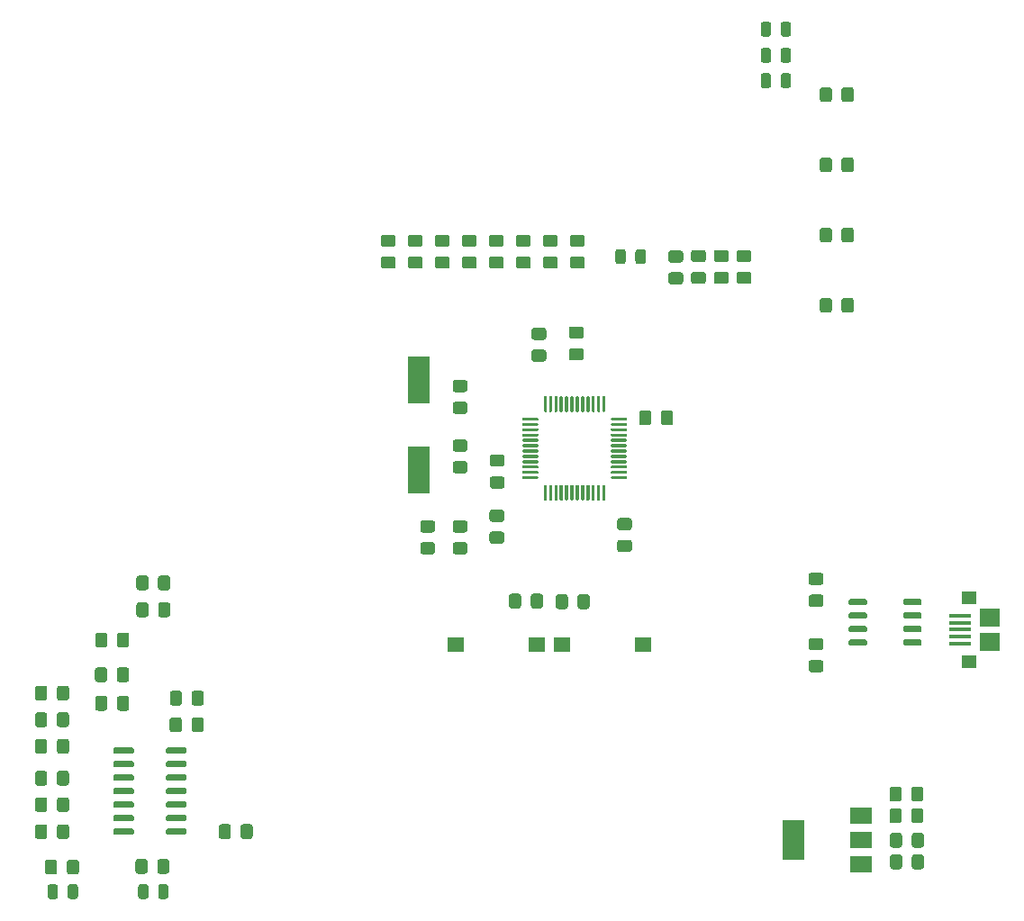
<source format=gtp>
G04 #@! TF.GenerationSoftware,KiCad,Pcbnew,(5.1.10)-1*
G04 #@! TF.CreationDate,2021-08-06T21:51:28+08:00*
G04 #@! TF.ProjectId,digital_thermometer,64696769-7461-46c5-9f74-6865726d6f6d,rev?*
G04 #@! TF.SameCoordinates,Original*
G04 #@! TF.FileFunction,Paste,Top*
G04 #@! TF.FilePolarity,Positive*
%FSLAX45Y45*%
G04 Gerber Fmt 4.5, Leading zero omitted, Abs format (unit mm)*
G04 Created by KiCad (PCBNEW (5.1.10)-1) date 2021-08-06 21:51:28*
%MOMM*%
%LPD*%
G01*
G04 APERTURE LIST*
%ADD10R,1.500000X1.400000*%
%ADD11R,2.000000X4.500000*%
%ADD12R,2.000000X1.500000*%
%ADD13R,2.000000X3.800000*%
%ADD14R,1.450000X1.150000*%
%ADD15R,1.900000X1.750000*%
%ADD16R,2.000000X0.400000*%
G04 APERTURE END LIST*
G04 #@! TO.C,R16*
G36*
G01*
X11926000Y-7941500D02*
X11836000Y-7941500D01*
G75*
G02*
X11811000Y-7916500I0J25000D01*
G01*
X11811000Y-7851500D01*
G75*
G02*
X11836000Y-7826500I25000J0D01*
G01*
X11926000Y-7826500D01*
G75*
G02*
X11951000Y-7851500I0J-25000D01*
G01*
X11951000Y-7916500D01*
G75*
G02*
X11926000Y-7941500I-25000J0D01*
G01*
G37*
G36*
G01*
X11926000Y-8146500D02*
X11836000Y-8146500D01*
G75*
G02*
X11811000Y-8121500I0J25000D01*
G01*
X11811000Y-8056500D01*
G75*
G02*
X11836000Y-8031500I25000J0D01*
G01*
X11926000Y-8031500D01*
G75*
G02*
X11951000Y-8056500I0J-25000D01*
G01*
X11951000Y-8121500D01*
G75*
G02*
X11926000Y-8146500I-25000J0D01*
G01*
G37*
G04 #@! TD*
G04 #@! TO.C,R34*
G36*
G01*
X12569000Y-7937000D02*
X12479000Y-7937000D01*
G75*
G02*
X12454000Y-7912000I0J25000D01*
G01*
X12454000Y-7847000D01*
G75*
G02*
X12479000Y-7822000I25000J0D01*
G01*
X12569000Y-7822000D01*
G75*
G02*
X12594000Y-7847000I0J-25000D01*
G01*
X12594000Y-7912000D01*
G75*
G02*
X12569000Y-7937000I-25000J0D01*
G01*
G37*
G36*
G01*
X12569000Y-8142000D02*
X12479000Y-8142000D01*
G75*
G02*
X12454000Y-8117000I0J25000D01*
G01*
X12454000Y-8052000D01*
G75*
G02*
X12479000Y-8027000I25000J0D01*
G01*
X12569000Y-8027000D01*
G75*
G02*
X12594000Y-8052000I0J-25000D01*
G01*
X12594000Y-8117000D01*
G75*
G02*
X12569000Y-8142000I-25000J0D01*
G01*
G37*
G04 #@! TD*
G04 #@! TO.C,R33*
G36*
G01*
X12354667Y-7936500D02*
X12264666Y-7936500D01*
G75*
G02*
X12239667Y-7911500I0J25000D01*
G01*
X12239667Y-7846500D01*
G75*
G02*
X12264666Y-7821500I25000J0D01*
G01*
X12354667Y-7821500D01*
G75*
G02*
X12379667Y-7846500I0J-25000D01*
G01*
X12379667Y-7911500D01*
G75*
G02*
X12354667Y-7936500I-25000J0D01*
G01*
G37*
G36*
G01*
X12354667Y-8141500D02*
X12264666Y-8141500D01*
G75*
G02*
X12239667Y-8116500I0J25000D01*
G01*
X12239667Y-8051500D01*
G75*
G02*
X12264666Y-8026500I25000J0D01*
G01*
X12354667Y-8026500D01*
G75*
G02*
X12379667Y-8051500I0J-25000D01*
G01*
X12379667Y-8116500D01*
G75*
G02*
X12354667Y-8141500I-25000J0D01*
G01*
G37*
G04 #@! TD*
G04 #@! TO.C,R32*
G36*
G01*
X12140333Y-7936500D02*
X12050333Y-7936500D01*
G75*
G02*
X12025333Y-7911500I0J25000D01*
G01*
X12025333Y-7846500D01*
G75*
G02*
X12050333Y-7821500I25000J0D01*
G01*
X12140333Y-7821500D01*
G75*
G02*
X12165333Y-7846500I0J-25000D01*
G01*
X12165333Y-7911500D01*
G75*
G02*
X12140333Y-7936500I-25000J0D01*
G01*
G37*
G36*
G01*
X12140333Y-8141500D02*
X12050333Y-8141500D01*
G75*
G02*
X12025333Y-8116500I0J25000D01*
G01*
X12025333Y-8051500D01*
G75*
G02*
X12050333Y-8026500I25000J0D01*
G01*
X12140333Y-8026500D01*
G75*
G02*
X12165333Y-8051500I0J-25000D01*
G01*
X12165333Y-8116500D01*
G75*
G02*
X12140333Y-8141500I-25000J0D01*
G01*
G37*
G04 #@! TD*
G04 #@! TO.C,D6*
G36*
G01*
X11502000Y-7929625D02*
X11502000Y-7838375D01*
G75*
G02*
X11526375Y-7814000I24375J0D01*
G01*
X11575125Y-7814000D01*
G75*
G02*
X11599500Y-7838375I0J-24375D01*
G01*
X11599500Y-7929625D01*
G75*
G02*
X11575125Y-7954000I-24375J0D01*
G01*
X11526375Y-7954000D01*
G75*
G02*
X11502000Y-7929625I0J24375D01*
G01*
G37*
G36*
G01*
X11314500Y-7929625D02*
X11314500Y-7838375D01*
G75*
G02*
X11338875Y-7814000I24375J0D01*
G01*
X11387625Y-7814000D01*
G75*
G02*
X11412000Y-7838375I0J-24375D01*
G01*
X11412000Y-7929625D01*
G75*
G02*
X11387625Y-7954000I-24375J0D01*
G01*
X11338875Y-7954000D01*
G75*
G02*
X11314500Y-7929625I0J24375D01*
G01*
G37*
G04 #@! TD*
G04 #@! TO.C,D5*
G36*
G01*
X12777750Y-6184375D02*
X12777750Y-6275625D01*
G75*
G02*
X12753375Y-6300000I-24375J0D01*
G01*
X12704625Y-6300000D01*
G75*
G02*
X12680250Y-6275625I0J24375D01*
G01*
X12680250Y-6184375D01*
G75*
G02*
X12704625Y-6160000I24375J0D01*
G01*
X12753375Y-6160000D01*
G75*
G02*
X12777750Y-6184375I0J-24375D01*
G01*
G37*
G36*
G01*
X12965250Y-6184375D02*
X12965250Y-6275625D01*
G75*
G02*
X12940875Y-6300000I-24375J0D01*
G01*
X12892125Y-6300000D01*
G75*
G02*
X12867750Y-6275625I0J24375D01*
G01*
X12867750Y-6184375D01*
G75*
G02*
X12892125Y-6160000I24375J0D01*
G01*
X12940875Y-6160000D01*
G75*
G02*
X12965250Y-6184375I0J-24375D01*
G01*
G37*
G04 #@! TD*
G04 #@! TO.C,D4*
G36*
G01*
X12777750Y-5946375D02*
X12777750Y-6037625D01*
G75*
G02*
X12753375Y-6062000I-24375J0D01*
G01*
X12704625Y-6062000D01*
G75*
G02*
X12680250Y-6037625I0J24375D01*
G01*
X12680250Y-5946375D01*
G75*
G02*
X12704625Y-5922000I24375J0D01*
G01*
X12753375Y-5922000D01*
G75*
G02*
X12777750Y-5946375I0J-24375D01*
G01*
G37*
G36*
G01*
X12965250Y-5946375D02*
X12965250Y-6037625D01*
G75*
G02*
X12940875Y-6062000I-24375J0D01*
G01*
X12892125Y-6062000D01*
G75*
G02*
X12867750Y-6037625I0J24375D01*
G01*
X12867750Y-5946375D01*
G75*
G02*
X12892125Y-5922000I24375J0D01*
G01*
X12940875Y-5922000D01*
G75*
G02*
X12965250Y-5946375I0J-24375D01*
G01*
G37*
G04 #@! TD*
G04 #@! TO.C,D3*
G36*
G01*
X12777750Y-5699375D02*
X12777750Y-5790625D01*
G75*
G02*
X12753375Y-5815000I-24375J0D01*
G01*
X12704625Y-5815000D01*
G75*
G02*
X12680250Y-5790625I0J24375D01*
G01*
X12680250Y-5699375D01*
G75*
G02*
X12704625Y-5675000I24375J0D01*
G01*
X12753375Y-5675000D01*
G75*
G02*
X12777750Y-5699375I0J-24375D01*
G01*
G37*
G36*
G01*
X12965250Y-5699375D02*
X12965250Y-5790625D01*
G75*
G02*
X12940875Y-5815000I-24375J0D01*
G01*
X12892125Y-5815000D01*
G75*
G02*
X12867750Y-5790625I0J24375D01*
G01*
X12867750Y-5699375D01*
G75*
G02*
X12892125Y-5675000I24375J0D01*
G01*
X12940875Y-5675000D01*
G75*
G02*
X12965250Y-5699375I0J-24375D01*
G01*
G37*
G04 #@! TD*
G04 #@! TO.C,R31*
G36*
G01*
X7006500Y-13664000D02*
X7006500Y-13574000D01*
G75*
G02*
X7031500Y-13549000I25000J0D01*
G01*
X7096500Y-13549000D01*
G75*
G02*
X7121500Y-13574000I0J-25000D01*
G01*
X7121500Y-13664000D01*
G75*
G02*
X7096500Y-13689000I-25000J0D01*
G01*
X7031500Y-13689000D01*
G75*
G02*
X7006500Y-13664000I0J25000D01*
G01*
G37*
G36*
G01*
X6801500Y-13664000D02*
X6801500Y-13574000D01*
G75*
G02*
X6826500Y-13549000I25000J0D01*
G01*
X6891500Y-13549000D01*
G75*
G02*
X6916500Y-13574000I0J-25000D01*
G01*
X6916500Y-13664000D01*
G75*
G02*
X6891500Y-13689000I-25000J0D01*
G01*
X6826500Y-13689000D01*
G75*
G02*
X6801500Y-13664000I0J25000D01*
G01*
G37*
G04 #@! TD*
G04 #@! TO.C,R30*
G36*
G01*
X6156500Y-13671000D02*
X6156500Y-13581000D01*
G75*
G02*
X6181500Y-13556000I25000J0D01*
G01*
X6246500Y-13556000D01*
G75*
G02*
X6271500Y-13581000I0J-25000D01*
G01*
X6271500Y-13671000D01*
G75*
G02*
X6246500Y-13696000I-25000J0D01*
G01*
X6181500Y-13696000D01*
G75*
G02*
X6156500Y-13671000I0J25000D01*
G01*
G37*
G36*
G01*
X5951500Y-13671000D02*
X5951500Y-13581000D01*
G75*
G02*
X5976500Y-13556000I25000J0D01*
G01*
X6041500Y-13556000D01*
G75*
G02*
X6066500Y-13581000I0J-25000D01*
G01*
X6066500Y-13671000D01*
G75*
G02*
X6041500Y-13696000I-25000J0D01*
G01*
X5976500Y-13696000D01*
G75*
G02*
X5951500Y-13671000I0J25000D01*
G01*
G37*
G04 #@! TD*
G04 #@! TO.C,D2*
G36*
G01*
X7015000Y-13901625D02*
X7015000Y-13810375D01*
G75*
G02*
X7039375Y-13786000I24375J0D01*
G01*
X7088125Y-13786000D01*
G75*
G02*
X7112500Y-13810375I0J-24375D01*
G01*
X7112500Y-13901625D01*
G75*
G02*
X7088125Y-13926000I-24375J0D01*
G01*
X7039375Y-13926000D01*
G75*
G02*
X7015000Y-13901625I0J24375D01*
G01*
G37*
G36*
G01*
X6827500Y-13901625D02*
X6827500Y-13810375D01*
G75*
G02*
X6851875Y-13786000I24375J0D01*
G01*
X6900625Y-13786000D01*
G75*
G02*
X6925000Y-13810375I0J-24375D01*
G01*
X6925000Y-13901625D01*
G75*
G02*
X6900625Y-13926000I-24375J0D01*
G01*
X6851875Y-13926000D01*
G75*
G02*
X6827500Y-13901625I0J24375D01*
G01*
G37*
G04 #@! TD*
G04 #@! TO.C,D1*
G36*
G01*
X6164000Y-13901625D02*
X6164000Y-13810375D01*
G75*
G02*
X6188375Y-13786000I24375J0D01*
G01*
X6237125Y-13786000D01*
G75*
G02*
X6261500Y-13810375I0J-24375D01*
G01*
X6261500Y-13901625D01*
G75*
G02*
X6237125Y-13926000I-24375J0D01*
G01*
X6188375Y-13926000D01*
G75*
G02*
X6164000Y-13901625I0J24375D01*
G01*
G37*
G36*
G01*
X5976500Y-13901625D02*
X5976500Y-13810375D01*
G75*
G02*
X6000875Y-13786000I24375J0D01*
G01*
X6049625Y-13786000D01*
G75*
G02*
X6074000Y-13810375I0J-24375D01*
G01*
X6074000Y-13901625D01*
G75*
G02*
X6049625Y-13926000I-24375J0D01*
G01*
X6000875Y-13926000D01*
G75*
G02*
X5976500Y-13901625I0J24375D01*
G01*
G37*
G04 #@! TD*
G04 #@! TO.C,R28*
G36*
G01*
X6925500Y-11160000D02*
X6925500Y-11250000D01*
G75*
G02*
X6900500Y-11275000I-25000J0D01*
G01*
X6835500Y-11275000D01*
G75*
G02*
X6810500Y-11250000I0J25000D01*
G01*
X6810500Y-11160000D01*
G75*
G02*
X6835500Y-11135000I25000J0D01*
G01*
X6900500Y-11135000D01*
G75*
G02*
X6925500Y-11160000I0J-25000D01*
G01*
G37*
G36*
G01*
X7130500Y-11160000D02*
X7130500Y-11250000D01*
G75*
G02*
X7105500Y-11275000I-25000J0D01*
G01*
X7040500Y-11275000D01*
G75*
G02*
X7015500Y-11250000I0J25000D01*
G01*
X7015500Y-11160000D01*
G75*
G02*
X7040500Y-11135000I25000J0D01*
G01*
X7105500Y-11135000D01*
G75*
G02*
X7130500Y-11160000I0J-25000D01*
G01*
G37*
G04 #@! TD*
D10*
G04 #@! TO.C,SW2*
X10813000Y-11532000D03*
X11573000Y-11532000D03*
G04 #@! TD*
G04 #@! TO.C,SW1*
X10575000Y-11530000D03*
X9815000Y-11530000D03*
G04 #@! TD*
G04 #@! TO.C,R14*
G36*
G01*
X10957500Y-11174000D02*
X10957500Y-11084000D01*
G75*
G02*
X10982500Y-11059000I25000J0D01*
G01*
X11047500Y-11059000D01*
G75*
G02*
X11072500Y-11084000I0J-25000D01*
G01*
X11072500Y-11174000D01*
G75*
G02*
X11047500Y-11199000I-25000J0D01*
G01*
X10982500Y-11199000D01*
G75*
G02*
X10957500Y-11174000I0J25000D01*
G01*
G37*
G36*
G01*
X10752500Y-11174000D02*
X10752500Y-11084000D01*
G75*
G02*
X10777500Y-11059000I25000J0D01*
G01*
X10842500Y-11059000D01*
G75*
G02*
X10867500Y-11084000I0J-25000D01*
G01*
X10867500Y-11174000D01*
G75*
G02*
X10842500Y-11199000I-25000J0D01*
G01*
X10777500Y-11199000D01*
G75*
G02*
X10752500Y-11174000I0J25000D01*
G01*
G37*
G04 #@! TD*
G04 #@! TO.C,R13*
G36*
G01*
X10428500Y-11079000D02*
X10428500Y-11169000D01*
G75*
G02*
X10403500Y-11194000I-25000J0D01*
G01*
X10338500Y-11194000D01*
G75*
G02*
X10313500Y-11169000I0J25000D01*
G01*
X10313500Y-11079000D01*
G75*
G02*
X10338500Y-11054000I25000J0D01*
G01*
X10403500Y-11054000D01*
G75*
G02*
X10428500Y-11079000I0J-25000D01*
G01*
G37*
G36*
G01*
X10633500Y-11079000D02*
X10633500Y-11169000D01*
G75*
G02*
X10608500Y-11194000I-25000J0D01*
G01*
X10543500Y-11194000D01*
G75*
G02*
X10518500Y-11169000I0J25000D01*
G01*
X10518500Y-11079000D01*
G75*
G02*
X10543500Y-11054000I25000J0D01*
G01*
X10608500Y-11054000D01*
G75*
G02*
X10633500Y-11079000I0J-25000D01*
G01*
G37*
G04 #@! TD*
D11*
G04 #@! TO.C,Y1*
X9470000Y-9890000D03*
X9470000Y-9040000D03*
G04 #@! TD*
G04 #@! TO.C,U2*
G36*
G01*
X10640850Y-9337800D02*
X10640850Y-9205300D01*
G75*
G02*
X10648350Y-9197800I7500J0D01*
G01*
X10663350Y-9197800D01*
G75*
G02*
X10670850Y-9205300I0J-7500D01*
G01*
X10670850Y-9337800D01*
G75*
G02*
X10663350Y-9345300I-7500J0D01*
G01*
X10648350Y-9345300D01*
G75*
G02*
X10640850Y-9337800I0J7500D01*
G01*
G37*
G36*
G01*
X10690850Y-9337800D02*
X10690850Y-9205300D01*
G75*
G02*
X10698350Y-9197800I7500J0D01*
G01*
X10713350Y-9197800D01*
G75*
G02*
X10720850Y-9205300I0J-7500D01*
G01*
X10720850Y-9337800D01*
G75*
G02*
X10713350Y-9345300I-7500J0D01*
G01*
X10698350Y-9345300D01*
G75*
G02*
X10690850Y-9337800I0J7500D01*
G01*
G37*
G36*
G01*
X10740850Y-9337800D02*
X10740850Y-9205300D01*
G75*
G02*
X10748350Y-9197800I7500J0D01*
G01*
X10763350Y-9197800D01*
G75*
G02*
X10770850Y-9205300I0J-7500D01*
G01*
X10770850Y-9337800D01*
G75*
G02*
X10763350Y-9345300I-7500J0D01*
G01*
X10748350Y-9345300D01*
G75*
G02*
X10740850Y-9337800I0J7500D01*
G01*
G37*
G36*
G01*
X10790850Y-9337800D02*
X10790850Y-9205300D01*
G75*
G02*
X10798350Y-9197800I7500J0D01*
G01*
X10813350Y-9197800D01*
G75*
G02*
X10820850Y-9205300I0J-7500D01*
G01*
X10820850Y-9337800D01*
G75*
G02*
X10813350Y-9345300I-7500J0D01*
G01*
X10798350Y-9345300D01*
G75*
G02*
X10790850Y-9337800I0J7500D01*
G01*
G37*
G36*
G01*
X10840850Y-9337800D02*
X10840850Y-9205300D01*
G75*
G02*
X10848350Y-9197800I7500J0D01*
G01*
X10863350Y-9197800D01*
G75*
G02*
X10870850Y-9205300I0J-7500D01*
G01*
X10870850Y-9337800D01*
G75*
G02*
X10863350Y-9345300I-7500J0D01*
G01*
X10848350Y-9345300D01*
G75*
G02*
X10840850Y-9337800I0J7500D01*
G01*
G37*
G36*
G01*
X10890850Y-9337800D02*
X10890850Y-9205300D01*
G75*
G02*
X10898350Y-9197800I7500J0D01*
G01*
X10913350Y-9197800D01*
G75*
G02*
X10920850Y-9205300I0J-7500D01*
G01*
X10920850Y-9337800D01*
G75*
G02*
X10913350Y-9345300I-7500J0D01*
G01*
X10898350Y-9345300D01*
G75*
G02*
X10890850Y-9337800I0J7500D01*
G01*
G37*
G36*
G01*
X10940850Y-9337800D02*
X10940850Y-9205300D01*
G75*
G02*
X10948350Y-9197800I7500J0D01*
G01*
X10963350Y-9197800D01*
G75*
G02*
X10970850Y-9205300I0J-7500D01*
G01*
X10970850Y-9337800D01*
G75*
G02*
X10963350Y-9345300I-7500J0D01*
G01*
X10948350Y-9345300D01*
G75*
G02*
X10940850Y-9337800I0J7500D01*
G01*
G37*
G36*
G01*
X10990850Y-9337800D02*
X10990850Y-9205300D01*
G75*
G02*
X10998350Y-9197800I7500J0D01*
G01*
X11013350Y-9197800D01*
G75*
G02*
X11020850Y-9205300I0J-7500D01*
G01*
X11020850Y-9337800D01*
G75*
G02*
X11013350Y-9345300I-7500J0D01*
G01*
X10998350Y-9345300D01*
G75*
G02*
X10990850Y-9337800I0J7500D01*
G01*
G37*
G36*
G01*
X11040850Y-9337800D02*
X11040850Y-9205300D01*
G75*
G02*
X11048350Y-9197800I7500J0D01*
G01*
X11063350Y-9197800D01*
G75*
G02*
X11070850Y-9205300I0J-7500D01*
G01*
X11070850Y-9337800D01*
G75*
G02*
X11063350Y-9345300I-7500J0D01*
G01*
X11048350Y-9345300D01*
G75*
G02*
X11040850Y-9337800I0J7500D01*
G01*
G37*
G36*
G01*
X11090850Y-9337800D02*
X11090850Y-9205300D01*
G75*
G02*
X11098350Y-9197800I7500J0D01*
G01*
X11113350Y-9197800D01*
G75*
G02*
X11120850Y-9205300I0J-7500D01*
G01*
X11120850Y-9337800D01*
G75*
G02*
X11113350Y-9345300I-7500J0D01*
G01*
X11098350Y-9345300D01*
G75*
G02*
X11090850Y-9337800I0J7500D01*
G01*
G37*
G36*
G01*
X11140850Y-9337800D02*
X11140850Y-9205300D01*
G75*
G02*
X11148350Y-9197800I7500J0D01*
G01*
X11163350Y-9197800D01*
G75*
G02*
X11170850Y-9205300I0J-7500D01*
G01*
X11170850Y-9337800D01*
G75*
G02*
X11163350Y-9345300I-7500J0D01*
G01*
X11148350Y-9345300D01*
G75*
G02*
X11140850Y-9337800I0J7500D01*
G01*
G37*
G36*
G01*
X11190850Y-9337800D02*
X11190850Y-9205300D01*
G75*
G02*
X11198350Y-9197800I7500J0D01*
G01*
X11213350Y-9197800D01*
G75*
G02*
X11220850Y-9205300I0J-7500D01*
G01*
X11220850Y-9337800D01*
G75*
G02*
X11213350Y-9345300I-7500J0D01*
G01*
X11198350Y-9345300D01*
G75*
G02*
X11190850Y-9337800I0J7500D01*
G01*
G37*
G36*
G01*
X11273350Y-9420300D02*
X11273350Y-9405300D01*
G75*
G02*
X11280850Y-9397800I7500J0D01*
G01*
X11413350Y-9397800D01*
G75*
G02*
X11420850Y-9405300I0J-7500D01*
G01*
X11420850Y-9420300D01*
G75*
G02*
X11413350Y-9427800I-7500J0D01*
G01*
X11280850Y-9427800D01*
G75*
G02*
X11273350Y-9420300I0J7500D01*
G01*
G37*
G36*
G01*
X11273350Y-9470300D02*
X11273350Y-9455300D01*
G75*
G02*
X11280850Y-9447800I7500J0D01*
G01*
X11413350Y-9447800D01*
G75*
G02*
X11420850Y-9455300I0J-7500D01*
G01*
X11420850Y-9470300D01*
G75*
G02*
X11413350Y-9477800I-7500J0D01*
G01*
X11280850Y-9477800D01*
G75*
G02*
X11273350Y-9470300I0J7500D01*
G01*
G37*
G36*
G01*
X11273350Y-9520300D02*
X11273350Y-9505300D01*
G75*
G02*
X11280850Y-9497800I7500J0D01*
G01*
X11413350Y-9497800D01*
G75*
G02*
X11420850Y-9505300I0J-7500D01*
G01*
X11420850Y-9520300D01*
G75*
G02*
X11413350Y-9527800I-7500J0D01*
G01*
X11280850Y-9527800D01*
G75*
G02*
X11273350Y-9520300I0J7500D01*
G01*
G37*
G36*
G01*
X11273350Y-9570300D02*
X11273350Y-9555300D01*
G75*
G02*
X11280850Y-9547800I7500J0D01*
G01*
X11413350Y-9547800D01*
G75*
G02*
X11420850Y-9555300I0J-7500D01*
G01*
X11420850Y-9570300D01*
G75*
G02*
X11413350Y-9577800I-7500J0D01*
G01*
X11280850Y-9577800D01*
G75*
G02*
X11273350Y-9570300I0J7500D01*
G01*
G37*
G36*
G01*
X11273350Y-9620300D02*
X11273350Y-9605300D01*
G75*
G02*
X11280850Y-9597800I7500J0D01*
G01*
X11413350Y-9597800D01*
G75*
G02*
X11420850Y-9605300I0J-7500D01*
G01*
X11420850Y-9620300D01*
G75*
G02*
X11413350Y-9627800I-7500J0D01*
G01*
X11280850Y-9627800D01*
G75*
G02*
X11273350Y-9620300I0J7500D01*
G01*
G37*
G36*
G01*
X11273350Y-9670300D02*
X11273350Y-9655300D01*
G75*
G02*
X11280850Y-9647800I7500J0D01*
G01*
X11413350Y-9647800D01*
G75*
G02*
X11420850Y-9655300I0J-7500D01*
G01*
X11420850Y-9670300D01*
G75*
G02*
X11413350Y-9677800I-7500J0D01*
G01*
X11280850Y-9677800D01*
G75*
G02*
X11273350Y-9670300I0J7500D01*
G01*
G37*
G36*
G01*
X11273350Y-9720300D02*
X11273350Y-9705300D01*
G75*
G02*
X11280850Y-9697800I7500J0D01*
G01*
X11413350Y-9697800D01*
G75*
G02*
X11420850Y-9705300I0J-7500D01*
G01*
X11420850Y-9720300D01*
G75*
G02*
X11413350Y-9727800I-7500J0D01*
G01*
X11280850Y-9727800D01*
G75*
G02*
X11273350Y-9720300I0J7500D01*
G01*
G37*
G36*
G01*
X11273350Y-9770300D02*
X11273350Y-9755300D01*
G75*
G02*
X11280850Y-9747800I7500J0D01*
G01*
X11413350Y-9747800D01*
G75*
G02*
X11420850Y-9755300I0J-7500D01*
G01*
X11420850Y-9770300D01*
G75*
G02*
X11413350Y-9777800I-7500J0D01*
G01*
X11280850Y-9777800D01*
G75*
G02*
X11273350Y-9770300I0J7500D01*
G01*
G37*
G36*
G01*
X11273350Y-9820300D02*
X11273350Y-9805300D01*
G75*
G02*
X11280850Y-9797800I7500J0D01*
G01*
X11413350Y-9797800D01*
G75*
G02*
X11420850Y-9805300I0J-7500D01*
G01*
X11420850Y-9820300D01*
G75*
G02*
X11413350Y-9827800I-7500J0D01*
G01*
X11280850Y-9827800D01*
G75*
G02*
X11273350Y-9820300I0J7500D01*
G01*
G37*
G36*
G01*
X11273350Y-9870300D02*
X11273350Y-9855300D01*
G75*
G02*
X11280850Y-9847800I7500J0D01*
G01*
X11413350Y-9847800D01*
G75*
G02*
X11420850Y-9855300I0J-7500D01*
G01*
X11420850Y-9870300D01*
G75*
G02*
X11413350Y-9877800I-7500J0D01*
G01*
X11280850Y-9877800D01*
G75*
G02*
X11273350Y-9870300I0J7500D01*
G01*
G37*
G36*
G01*
X11273350Y-9920300D02*
X11273350Y-9905300D01*
G75*
G02*
X11280850Y-9897800I7500J0D01*
G01*
X11413350Y-9897800D01*
G75*
G02*
X11420850Y-9905300I0J-7500D01*
G01*
X11420850Y-9920300D01*
G75*
G02*
X11413350Y-9927800I-7500J0D01*
G01*
X11280850Y-9927800D01*
G75*
G02*
X11273350Y-9920300I0J7500D01*
G01*
G37*
G36*
G01*
X11273350Y-9970300D02*
X11273350Y-9955300D01*
G75*
G02*
X11280850Y-9947800I7500J0D01*
G01*
X11413350Y-9947800D01*
G75*
G02*
X11420850Y-9955300I0J-7500D01*
G01*
X11420850Y-9970300D01*
G75*
G02*
X11413350Y-9977800I-7500J0D01*
G01*
X11280850Y-9977800D01*
G75*
G02*
X11273350Y-9970300I0J7500D01*
G01*
G37*
G36*
G01*
X11190850Y-10170300D02*
X11190850Y-10037800D01*
G75*
G02*
X11198350Y-10030300I7500J0D01*
G01*
X11213350Y-10030300D01*
G75*
G02*
X11220850Y-10037800I0J-7500D01*
G01*
X11220850Y-10170300D01*
G75*
G02*
X11213350Y-10177800I-7500J0D01*
G01*
X11198350Y-10177800D01*
G75*
G02*
X11190850Y-10170300I0J7500D01*
G01*
G37*
G36*
G01*
X11140850Y-10170300D02*
X11140850Y-10037800D01*
G75*
G02*
X11148350Y-10030300I7500J0D01*
G01*
X11163350Y-10030300D01*
G75*
G02*
X11170850Y-10037800I0J-7500D01*
G01*
X11170850Y-10170300D01*
G75*
G02*
X11163350Y-10177800I-7500J0D01*
G01*
X11148350Y-10177800D01*
G75*
G02*
X11140850Y-10170300I0J7500D01*
G01*
G37*
G36*
G01*
X11090850Y-10170300D02*
X11090850Y-10037800D01*
G75*
G02*
X11098350Y-10030300I7500J0D01*
G01*
X11113350Y-10030300D01*
G75*
G02*
X11120850Y-10037800I0J-7500D01*
G01*
X11120850Y-10170300D01*
G75*
G02*
X11113350Y-10177800I-7500J0D01*
G01*
X11098350Y-10177800D01*
G75*
G02*
X11090850Y-10170300I0J7500D01*
G01*
G37*
G36*
G01*
X11040850Y-10170300D02*
X11040850Y-10037800D01*
G75*
G02*
X11048350Y-10030300I7500J0D01*
G01*
X11063350Y-10030300D01*
G75*
G02*
X11070850Y-10037800I0J-7500D01*
G01*
X11070850Y-10170300D01*
G75*
G02*
X11063350Y-10177800I-7500J0D01*
G01*
X11048350Y-10177800D01*
G75*
G02*
X11040850Y-10170300I0J7500D01*
G01*
G37*
G36*
G01*
X10990850Y-10170300D02*
X10990850Y-10037800D01*
G75*
G02*
X10998350Y-10030300I7500J0D01*
G01*
X11013350Y-10030300D01*
G75*
G02*
X11020850Y-10037800I0J-7500D01*
G01*
X11020850Y-10170300D01*
G75*
G02*
X11013350Y-10177800I-7500J0D01*
G01*
X10998350Y-10177800D01*
G75*
G02*
X10990850Y-10170300I0J7500D01*
G01*
G37*
G36*
G01*
X10940850Y-10170300D02*
X10940850Y-10037800D01*
G75*
G02*
X10948350Y-10030300I7500J0D01*
G01*
X10963350Y-10030300D01*
G75*
G02*
X10970850Y-10037800I0J-7500D01*
G01*
X10970850Y-10170300D01*
G75*
G02*
X10963350Y-10177800I-7500J0D01*
G01*
X10948350Y-10177800D01*
G75*
G02*
X10940850Y-10170300I0J7500D01*
G01*
G37*
G36*
G01*
X10890850Y-10170300D02*
X10890850Y-10037800D01*
G75*
G02*
X10898350Y-10030300I7500J0D01*
G01*
X10913350Y-10030300D01*
G75*
G02*
X10920850Y-10037800I0J-7500D01*
G01*
X10920850Y-10170300D01*
G75*
G02*
X10913350Y-10177800I-7500J0D01*
G01*
X10898350Y-10177800D01*
G75*
G02*
X10890850Y-10170300I0J7500D01*
G01*
G37*
G36*
G01*
X10840850Y-10170300D02*
X10840850Y-10037800D01*
G75*
G02*
X10848350Y-10030300I7500J0D01*
G01*
X10863350Y-10030300D01*
G75*
G02*
X10870850Y-10037800I0J-7500D01*
G01*
X10870850Y-10170300D01*
G75*
G02*
X10863350Y-10177800I-7500J0D01*
G01*
X10848350Y-10177800D01*
G75*
G02*
X10840850Y-10170300I0J7500D01*
G01*
G37*
G36*
G01*
X10790850Y-10170300D02*
X10790850Y-10037800D01*
G75*
G02*
X10798350Y-10030300I7500J0D01*
G01*
X10813350Y-10030300D01*
G75*
G02*
X10820850Y-10037800I0J-7500D01*
G01*
X10820850Y-10170300D01*
G75*
G02*
X10813350Y-10177800I-7500J0D01*
G01*
X10798350Y-10177800D01*
G75*
G02*
X10790850Y-10170300I0J7500D01*
G01*
G37*
G36*
G01*
X10740850Y-10170300D02*
X10740850Y-10037800D01*
G75*
G02*
X10748350Y-10030300I7500J0D01*
G01*
X10763350Y-10030300D01*
G75*
G02*
X10770850Y-10037800I0J-7500D01*
G01*
X10770850Y-10170300D01*
G75*
G02*
X10763350Y-10177800I-7500J0D01*
G01*
X10748350Y-10177800D01*
G75*
G02*
X10740850Y-10170300I0J7500D01*
G01*
G37*
G36*
G01*
X10690850Y-10170300D02*
X10690850Y-10037800D01*
G75*
G02*
X10698350Y-10030300I7500J0D01*
G01*
X10713350Y-10030300D01*
G75*
G02*
X10720850Y-10037800I0J-7500D01*
G01*
X10720850Y-10170300D01*
G75*
G02*
X10713350Y-10177800I-7500J0D01*
G01*
X10698350Y-10177800D01*
G75*
G02*
X10690850Y-10170300I0J7500D01*
G01*
G37*
G36*
G01*
X10640850Y-10170300D02*
X10640850Y-10037800D01*
G75*
G02*
X10648350Y-10030300I7500J0D01*
G01*
X10663350Y-10030300D01*
G75*
G02*
X10670850Y-10037800I0J-7500D01*
G01*
X10670850Y-10170300D01*
G75*
G02*
X10663350Y-10177800I-7500J0D01*
G01*
X10648350Y-10177800D01*
G75*
G02*
X10640850Y-10170300I0J7500D01*
G01*
G37*
G36*
G01*
X10440850Y-9970300D02*
X10440850Y-9955300D01*
G75*
G02*
X10448350Y-9947800I7500J0D01*
G01*
X10580850Y-9947800D01*
G75*
G02*
X10588350Y-9955300I0J-7500D01*
G01*
X10588350Y-9970300D01*
G75*
G02*
X10580850Y-9977800I-7500J0D01*
G01*
X10448350Y-9977800D01*
G75*
G02*
X10440850Y-9970300I0J7500D01*
G01*
G37*
G36*
G01*
X10440850Y-9920300D02*
X10440850Y-9905300D01*
G75*
G02*
X10448350Y-9897800I7500J0D01*
G01*
X10580850Y-9897800D01*
G75*
G02*
X10588350Y-9905300I0J-7500D01*
G01*
X10588350Y-9920300D01*
G75*
G02*
X10580850Y-9927800I-7500J0D01*
G01*
X10448350Y-9927800D01*
G75*
G02*
X10440850Y-9920300I0J7500D01*
G01*
G37*
G36*
G01*
X10440850Y-9870300D02*
X10440850Y-9855300D01*
G75*
G02*
X10448350Y-9847800I7500J0D01*
G01*
X10580850Y-9847800D01*
G75*
G02*
X10588350Y-9855300I0J-7500D01*
G01*
X10588350Y-9870300D01*
G75*
G02*
X10580850Y-9877800I-7500J0D01*
G01*
X10448350Y-9877800D01*
G75*
G02*
X10440850Y-9870300I0J7500D01*
G01*
G37*
G36*
G01*
X10440850Y-9820300D02*
X10440850Y-9805300D01*
G75*
G02*
X10448350Y-9797800I7500J0D01*
G01*
X10580850Y-9797800D01*
G75*
G02*
X10588350Y-9805300I0J-7500D01*
G01*
X10588350Y-9820300D01*
G75*
G02*
X10580850Y-9827800I-7500J0D01*
G01*
X10448350Y-9827800D01*
G75*
G02*
X10440850Y-9820300I0J7500D01*
G01*
G37*
G36*
G01*
X10440850Y-9770300D02*
X10440850Y-9755300D01*
G75*
G02*
X10448350Y-9747800I7500J0D01*
G01*
X10580850Y-9747800D01*
G75*
G02*
X10588350Y-9755300I0J-7500D01*
G01*
X10588350Y-9770300D01*
G75*
G02*
X10580850Y-9777800I-7500J0D01*
G01*
X10448350Y-9777800D01*
G75*
G02*
X10440850Y-9770300I0J7500D01*
G01*
G37*
G36*
G01*
X10440850Y-9720300D02*
X10440850Y-9705300D01*
G75*
G02*
X10448350Y-9697800I7500J0D01*
G01*
X10580850Y-9697800D01*
G75*
G02*
X10588350Y-9705300I0J-7500D01*
G01*
X10588350Y-9720300D01*
G75*
G02*
X10580850Y-9727800I-7500J0D01*
G01*
X10448350Y-9727800D01*
G75*
G02*
X10440850Y-9720300I0J7500D01*
G01*
G37*
G36*
G01*
X10440850Y-9670300D02*
X10440850Y-9655300D01*
G75*
G02*
X10448350Y-9647800I7500J0D01*
G01*
X10580850Y-9647800D01*
G75*
G02*
X10588350Y-9655300I0J-7500D01*
G01*
X10588350Y-9670300D01*
G75*
G02*
X10580850Y-9677800I-7500J0D01*
G01*
X10448350Y-9677800D01*
G75*
G02*
X10440850Y-9670300I0J7500D01*
G01*
G37*
G36*
G01*
X10440850Y-9620300D02*
X10440850Y-9605300D01*
G75*
G02*
X10448350Y-9597800I7500J0D01*
G01*
X10580850Y-9597800D01*
G75*
G02*
X10588350Y-9605300I0J-7500D01*
G01*
X10588350Y-9620300D01*
G75*
G02*
X10580850Y-9627800I-7500J0D01*
G01*
X10448350Y-9627800D01*
G75*
G02*
X10440850Y-9620300I0J7500D01*
G01*
G37*
G36*
G01*
X10440850Y-9570300D02*
X10440850Y-9555300D01*
G75*
G02*
X10448350Y-9547800I7500J0D01*
G01*
X10580850Y-9547800D01*
G75*
G02*
X10588350Y-9555300I0J-7500D01*
G01*
X10588350Y-9570300D01*
G75*
G02*
X10580850Y-9577800I-7500J0D01*
G01*
X10448350Y-9577800D01*
G75*
G02*
X10440850Y-9570300I0J7500D01*
G01*
G37*
G36*
G01*
X10440850Y-9520300D02*
X10440850Y-9505300D01*
G75*
G02*
X10448350Y-9497800I7500J0D01*
G01*
X10580850Y-9497800D01*
G75*
G02*
X10588350Y-9505300I0J-7500D01*
G01*
X10588350Y-9520300D01*
G75*
G02*
X10580850Y-9527800I-7500J0D01*
G01*
X10448350Y-9527800D01*
G75*
G02*
X10440850Y-9520300I0J7500D01*
G01*
G37*
G36*
G01*
X10440850Y-9470300D02*
X10440850Y-9455300D01*
G75*
G02*
X10448350Y-9447800I7500J0D01*
G01*
X10580850Y-9447800D01*
G75*
G02*
X10588350Y-9455300I0J-7500D01*
G01*
X10588350Y-9470300D01*
G75*
G02*
X10580850Y-9477800I-7500J0D01*
G01*
X10448350Y-9477800D01*
G75*
G02*
X10440850Y-9470300I0J7500D01*
G01*
G37*
G36*
G01*
X10440850Y-9420300D02*
X10440850Y-9405300D01*
G75*
G02*
X10448350Y-9397800I7500J0D01*
G01*
X10580850Y-9397800D01*
G75*
G02*
X10588350Y-9405300I0J-7500D01*
G01*
X10588350Y-9420300D01*
G75*
G02*
X10580850Y-9427800I-7500J0D01*
G01*
X10448350Y-9427800D01*
G75*
G02*
X10440850Y-9420300I0J7500D01*
G01*
G37*
G04 #@! TD*
G04 #@! TO.C,U3*
G36*
G01*
X7086800Y-12545300D02*
X7086800Y-12515300D01*
G75*
G02*
X7101800Y-12500300I15000J0D01*
G01*
X7266800Y-12500300D01*
G75*
G02*
X7281800Y-12515300I0J-15000D01*
G01*
X7281800Y-12545300D01*
G75*
G02*
X7266800Y-12560300I-15000J0D01*
G01*
X7101800Y-12560300D01*
G75*
G02*
X7086800Y-12545300I0J15000D01*
G01*
G37*
G36*
G01*
X7086800Y-12672300D02*
X7086800Y-12642300D01*
G75*
G02*
X7101800Y-12627300I15000J0D01*
G01*
X7266800Y-12627300D01*
G75*
G02*
X7281800Y-12642300I0J-15000D01*
G01*
X7281800Y-12672300D01*
G75*
G02*
X7266800Y-12687300I-15000J0D01*
G01*
X7101800Y-12687300D01*
G75*
G02*
X7086800Y-12672300I0J15000D01*
G01*
G37*
G36*
G01*
X7086800Y-12799300D02*
X7086800Y-12769300D01*
G75*
G02*
X7101800Y-12754300I15000J0D01*
G01*
X7266800Y-12754300D01*
G75*
G02*
X7281800Y-12769300I0J-15000D01*
G01*
X7281800Y-12799300D01*
G75*
G02*
X7266800Y-12814300I-15000J0D01*
G01*
X7101800Y-12814300D01*
G75*
G02*
X7086800Y-12799300I0J15000D01*
G01*
G37*
G36*
G01*
X7086800Y-12926300D02*
X7086800Y-12896300D01*
G75*
G02*
X7101800Y-12881300I15000J0D01*
G01*
X7266800Y-12881300D01*
G75*
G02*
X7281800Y-12896300I0J-15000D01*
G01*
X7281800Y-12926300D01*
G75*
G02*
X7266800Y-12941300I-15000J0D01*
G01*
X7101800Y-12941300D01*
G75*
G02*
X7086800Y-12926300I0J15000D01*
G01*
G37*
G36*
G01*
X7086800Y-13053300D02*
X7086800Y-13023300D01*
G75*
G02*
X7101800Y-13008300I15000J0D01*
G01*
X7266800Y-13008300D01*
G75*
G02*
X7281800Y-13023300I0J-15000D01*
G01*
X7281800Y-13053300D01*
G75*
G02*
X7266800Y-13068300I-15000J0D01*
G01*
X7101800Y-13068300D01*
G75*
G02*
X7086800Y-13053300I0J15000D01*
G01*
G37*
G36*
G01*
X7086800Y-13180300D02*
X7086800Y-13150300D01*
G75*
G02*
X7101800Y-13135300I15000J0D01*
G01*
X7266800Y-13135300D01*
G75*
G02*
X7281800Y-13150300I0J-15000D01*
G01*
X7281800Y-13180300D01*
G75*
G02*
X7266800Y-13195300I-15000J0D01*
G01*
X7101800Y-13195300D01*
G75*
G02*
X7086800Y-13180300I0J15000D01*
G01*
G37*
G36*
G01*
X7086800Y-13307300D02*
X7086800Y-13277300D01*
G75*
G02*
X7101800Y-13262300I15000J0D01*
G01*
X7266800Y-13262300D01*
G75*
G02*
X7281800Y-13277300I0J-15000D01*
G01*
X7281800Y-13307300D01*
G75*
G02*
X7266800Y-13322300I-15000J0D01*
G01*
X7101800Y-13322300D01*
G75*
G02*
X7086800Y-13307300I0J15000D01*
G01*
G37*
G36*
G01*
X6591800Y-13307300D02*
X6591800Y-13277300D01*
G75*
G02*
X6606800Y-13262300I15000J0D01*
G01*
X6771800Y-13262300D01*
G75*
G02*
X6786800Y-13277300I0J-15000D01*
G01*
X6786800Y-13307300D01*
G75*
G02*
X6771800Y-13322300I-15000J0D01*
G01*
X6606800Y-13322300D01*
G75*
G02*
X6591800Y-13307300I0J15000D01*
G01*
G37*
G36*
G01*
X6591800Y-13180300D02*
X6591800Y-13150300D01*
G75*
G02*
X6606800Y-13135300I15000J0D01*
G01*
X6771800Y-13135300D01*
G75*
G02*
X6786800Y-13150300I0J-15000D01*
G01*
X6786800Y-13180300D01*
G75*
G02*
X6771800Y-13195300I-15000J0D01*
G01*
X6606800Y-13195300D01*
G75*
G02*
X6591800Y-13180300I0J15000D01*
G01*
G37*
G36*
G01*
X6591800Y-13053300D02*
X6591800Y-13023300D01*
G75*
G02*
X6606800Y-13008300I15000J0D01*
G01*
X6771800Y-13008300D01*
G75*
G02*
X6786800Y-13023300I0J-15000D01*
G01*
X6786800Y-13053300D01*
G75*
G02*
X6771800Y-13068300I-15000J0D01*
G01*
X6606800Y-13068300D01*
G75*
G02*
X6591800Y-13053300I0J15000D01*
G01*
G37*
G36*
G01*
X6591800Y-12926300D02*
X6591800Y-12896300D01*
G75*
G02*
X6606800Y-12881300I15000J0D01*
G01*
X6771800Y-12881300D01*
G75*
G02*
X6786800Y-12896300I0J-15000D01*
G01*
X6786800Y-12926300D01*
G75*
G02*
X6771800Y-12941300I-15000J0D01*
G01*
X6606800Y-12941300D01*
G75*
G02*
X6591800Y-12926300I0J15000D01*
G01*
G37*
G36*
G01*
X6591800Y-12799300D02*
X6591800Y-12769300D01*
G75*
G02*
X6606800Y-12754300I15000J0D01*
G01*
X6771800Y-12754300D01*
G75*
G02*
X6786800Y-12769300I0J-15000D01*
G01*
X6786800Y-12799300D01*
G75*
G02*
X6771800Y-12814300I-15000J0D01*
G01*
X6606800Y-12814300D01*
G75*
G02*
X6591800Y-12799300I0J15000D01*
G01*
G37*
G36*
G01*
X6591800Y-12672300D02*
X6591800Y-12642300D01*
G75*
G02*
X6606800Y-12627300I15000J0D01*
G01*
X6771800Y-12627300D01*
G75*
G02*
X6786800Y-12642300I0J-15000D01*
G01*
X6786800Y-12672300D01*
G75*
G02*
X6771800Y-12687300I-15000J0D01*
G01*
X6606800Y-12687300D01*
G75*
G02*
X6591800Y-12672300I0J15000D01*
G01*
G37*
G36*
G01*
X6591800Y-12545300D02*
X6591800Y-12515300D01*
G75*
G02*
X6606800Y-12500300I15000J0D01*
G01*
X6771800Y-12500300D01*
G75*
G02*
X6786800Y-12515300I0J-15000D01*
G01*
X6786800Y-12545300D01*
G75*
G02*
X6771800Y-12560300I-15000J0D01*
G01*
X6606800Y-12560300D01*
G75*
G02*
X6591800Y-12545300I0J15000D01*
G01*
G37*
G04 #@! TD*
G04 #@! TO.C,U6*
G36*
G01*
X13679500Y-11500600D02*
X13679500Y-11530600D01*
G75*
G02*
X13664500Y-11545600I-15000J0D01*
G01*
X13519500Y-11545600D01*
G75*
G02*
X13504500Y-11530600I0J15000D01*
G01*
X13504500Y-11500600D01*
G75*
G02*
X13519500Y-11485600I15000J0D01*
G01*
X13664500Y-11485600D01*
G75*
G02*
X13679500Y-11500600I0J-15000D01*
G01*
G37*
G36*
G01*
X13679500Y-11373600D02*
X13679500Y-11403600D01*
G75*
G02*
X13664500Y-11418600I-15000J0D01*
G01*
X13519500Y-11418600D01*
G75*
G02*
X13504500Y-11403600I0J15000D01*
G01*
X13504500Y-11373600D01*
G75*
G02*
X13519500Y-11358600I15000J0D01*
G01*
X13664500Y-11358600D01*
G75*
G02*
X13679500Y-11373600I0J-15000D01*
G01*
G37*
G36*
G01*
X13679500Y-11246600D02*
X13679500Y-11276600D01*
G75*
G02*
X13664500Y-11291600I-15000J0D01*
G01*
X13519500Y-11291600D01*
G75*
G02*
X13504500Y-11276600I0J15000D01*
G01*
X13504500Y-11246600D01*
G75*
G02*
X13519500Y-11231600I15000J0D01*
G01*
X13664500Y-11231600D01*
G75*
G02*
X13679500Y-11246600I0J-15000D01*
G01*
G37*
G36*
G01*
X13679500Y-11119600D02*
X13679500Y-11149600D01*
G75*
G02*
X13664500Y-11164600I-15000J0D01*
G01*
X13519500Y-11164600D01*
G75*
G02*
X13504500Y-11149600I0J15000D01*
G01*
X13504500Y-11119600D01*
G75*
G02*
X13519500Y-11104600I15000J0D01*
G01*
X13664500Y-11104600D01*
G75*
G02*
X13679500Y-11119600I0J-15000D01*
G01*
G37*
G36*
G01*
X14194500Y-11119600D02*
X14194500Y-11149600D01*
G75*
G02*
X14179500Y-11164600I-15000J0D01*
G01*
X14034500Y-11164600D01*
G75*
G02*
X14019500Y-11149600I0J15000D01*
G01*
X14019500Y-11119600D01*
G75*
G02*
X14034500Y-11104600I15000J0D01*
G01*
X14179500Y-11104600D01*
G75*
G02*
X14194500Y-11119600I0J-15000D01*
G01*
G37*
G36*
G01*
X14194500Y-11246600D02*
X14194500Y-11276600D01*
G75*
G02*
X14179500Y-11291600I-15000J0D01*
G01*
X14034500Y-11291600D01*
G75*
G02*
X14019500Y-11276600I0J15000D01*
G01*
X14019500Y-11246600D01*
G75*
G02*
X14034500Y-11231600I15000J0D01*
G01*
X14179500Y-11231600D01*
G75*
G02*
X14194500Y-11246600I0J-15000D01*
G01*
G37*
G36*
G01*
X14194500Y-11373600D02*
X14194500Y-11403600D01*
G75*
G02*
X14179500Y-11418600I-15000J0D01*
G01*
X14034500Y-11418600D01*
G75*
G02*
X14019500Y-11403600I0J15000D01*
G01*
X14019500Y-11373600D01*
G75*
G02*
X14034500Y-11358600I15000J0D01*
G01*
X14179500Y-11358600D01*
G75*
G02*
X14194500Y-11373600I0J-15000D01*
G01*
G37*
G36*
G01*
X14194500Y-11500600D02*
X14194500Y-11530600D01*
G75*
G02*
X14179500Y-11545600I-15000J0D01*
G01*
X14034500Y-11545600D01*
G75*
G02*
X14019500Y-11530600I0J15000D01*
G01*
X14019500Y-11500600D01*
G75*
G02*
X14034500Y-11485600I15000J0D01*
G01*
X14179500Y-11485600D01*
G75*
G02*
X14194500Y-11500600I0J-15000D01*
G01*
G37*
G04 #@! TD*
D12*
G04 #@! TO.C,U5*
X13619400Y-13602800D03*
X13619400Y-13142800D03*
X13619400Y-13372800D03*
D13*
X12989400Y-13372800D03*
G04 #@! TD*
G04 #@! TO.C,R29*
G36*
G01*
X7329000Y-12332000D02*
X7329000Y-12242000D01*
G75*
G02*
X7354000Y-12217000I25000J0D01*
G01*
X7419000Y-12217000D01*
G75*
G02*
X7444000Y-12242000I0J-25000D01*
G01*
X7444000Y-12332000D01*
G75*
G02*
X7419000Y-12357000I-25000J0D01*
G01*
X7354000Y-12357000D01*
G75*
G02*
X7329000Y-12332000I0J25000D01*
G01*
G37*
G36*
G01*
X7124000Y-12332000D02*
X7124000Y-12242000D01*
G75*
G02*
X7149000Y-12217000I25000J0D01*
G01*
X7214000Y-12217000D01*
G75*
G02*
X7239000Y-12242000I0J-25000D01*
G01*
X7239000Y-12332000D01*
G75*
G02*
X7214000Y-12357000I-25000J0D01*
G01*
X7149000Y-12357000D01*
G75*
G02*
X7124000Y-12332000I0J25000D01*
G01*
G37*
G04 #@! TD*
G04 #@! TO.C,R27*
G36*
G01*
X7790000Y-13337000D02*
X7790000Y-13247000D01*
G75*
G02*
X7815000Y-13222000I25000J0D01*
G01*
X7880000Y-13222000D01*
G75*
G02*
X7905000Y-13247000I0J-25000D01*
G01*
X7905000Y-13337000D01*
G75*
G02*
X7880000Y-13362000I-25000J0D01*
G01*
X7815000Y-13362000D01*
G75*
G02*
X7790000Y-13337000I0J25000D01*
G01*
G37*
G36*
G01*
X7585000Y-13337000D02*
X7585000Y-13247000D01*
G75*
G02*
X7610000Y-13222000I25000J0D01*
G01*
X7675000Y-13222000D01*
G75*
G02*
X7700000Y-13247000I0J-25000D01*
G01*
X7700000Y-13337000D01*
G75*
G02*
X7675000Y-13362000I-25000J0D01*
G01*
X7610000Y-13362000D01*
G75*
G02*
X7585000Y-13337000I0J25000D01*
G01*
G37*
G04 #@! TD*
G04 #@! TO.C,R26*
G36*
G01*
X7330000Y-12082000D02*
X7330000Y-11992000D01*
G75*
G02*
X7355000Y-11967000I25000J0D01*
G01*
X7420000Y-11967000D01*
G75*
G02*
X7445000Y-11992000I0J-25000D01*
G01*
X7445000Y-12082000D01*
G75*
G02*
X7420000Y-12107000I-25000J0D01*
G01*
X7355000Y-12107000D01*
G75*
G02*
X7330000Y-12082000I0J25000D01*
G01*
G37*
G36*
G01*
X7125000Y-12082000D02*
X7125000Y-11992000D01*
G75*
G02*
X7150000Y-11967000I25000J0D01*
G01*
X7215000Y-11967000D01*
G75*
G02*
X7240000Y-11992000I0J-25000D01*
G01*
X7240000Y-12082000D01*
G75*
G02*
X7215000Y-12107000I-25000J0D01*
G01*
X7150000Y-12107000D01*
G75*
G02*
X7125000Y-12082000I0J25000D01*
G01*
G37*
G04 #@! TD*
G04 #@! TO.C,R25*
G36*
G01*
X6628700Y-11534500D02*
X6628700Y-11444500D01*
G75*
G02*
X6653700Y-11419500I25000J0D01*
G01*
X6718700Y-11419500D01*
G75*
G02*
X6743700Y-11444500I0J-25000D01*
G01*
X6743700Y-11534500D01*
G75*
G02*
X6718700Y-11559500I-25000J0D01*
G01*
X6653700Y-11559500D01*
G75*
G02*
X6628700Y-11534500I0J25000D01*
G01*
G37*
G36*
G01*
X6423700Y-11534500D02*
X6423700Y-11444500D01*
G75*
G02*
X6448700Y-11419500I25000J0D01*
G01*
X6513700Y-11419500D01*
G75*
G02*
X6538700Y-11444500I0J-25000D01*
G01*
X6538700Y-11534500D01*
G75*
G02*
X6513700Y-11559500I-25000J0D01*
G01*
X6448700Y-11559500D01*
G75*
G02*
X6423700Y-11534500I0J25000D01*
G01*
G37*
G04 #@! TD*
G04 #@! TO.C,R24*
G36*
G01*
X6063300Y-13337300D02*
X6063300Y-13247300D01*
G75*
G02*
X6088300Y-13222300I25000J0D01*
G01*
X6153300Y-13222300D01*
G75*
G02*
X6178300Y-13247300I0J-25000D01*
G01*
X6178300Y-13337300D01*
G75*
G02*
X6153300Y-13362300I-25000J0D01*
G01*
X6088300Y-13362300D01*
G75*
G02*
X6063300Y-13337300I0J25000D01*
G01*
G37*
G36*
G01*
X5858300Y-13337300D02*
X5858300Y-13247300D01*
G75*
G02*
X5883300Y-13222300I25000J0D01*
G01*
X5948300Y-13222300D01*
G75*
G02*
X5973300Y-13247300I0J-25000D01*
G01*
X5973300Y-13337300D01*
G75*
G02*
X5948300Y-13362300I-25000J0D01*
G01*
X5883300Y-13362300D01*
G75*
G02*
X5858300Y-13337300I0J25000D01*
G01*
G37*
G04 #@! TD*
G04 #@! TO.C,R23*
G36*
G01*
X6626900Y-11862500D02*
X6626900Y-11772500D01*
G75*
G02*
X6651900Y-11747500I25000J0D01*
G01*
X6716900Y-11747500D01*
G75*
G02*
X6741900Y-11772500I0J-25000D01*
G01*
X6741900Y-11862500D01*
G75*
G02*
X6716900Y-11887500I-25000J0D01*
G01*
X6651900Y-11887500D01*
G75*
G02*
X6626900Y-11862500I0J25000D01*
G01*
G37*
G36*
G01*
X6421900Y-11862500D02*
X6421900Y-11772500D01*
G75*
G02*
X6446900Y-11747500I25000J0D01*
G01*
X6511900Y-11747500D01*
G75*
G02*
X6536900Y-11772500I0J-25000D01*
G01*
X6536900Y-11862500D01*
G75*
G02*
X6511900Y-11887500I-25000J0D01*
G01*
X6446900Y-11887500D01*
G75*
G02*
X6421900Y-11862500I0J25000D01*
G01*
G37*
G04 #@! TD*
G04 #@! TO.C,R22*
G36*
G01*
X6063300Y-12534500D02*
X6063300Y-12444500D01*
G75*
G02*
X6088300Y-12419500I25000J0D01*
G01*
X6153300Y-12419500D01*
G75*
G02*
X6178300Y-12444500I0J-25000D01*
G01*
X6178300Y-12534500D01*
G75*
G02*
X6153300Y-12559500I-25000J0D01*
G01*
X6088300Y-12559500D01*
G75*
G02*
X6063300Y-12534500I0J25000D01*
G01*
G37*
G36*
G01*
X5858300Y-12534500D02*
X5858300Y-12444500D01*
G75*
G02*
X5883300Y-12419500I25000J0D01*
G01*
X5948300Y-12419500D01*
G75*
G02*
X5973300Y-12444500I0J-25000D01*
G01*
X5973300Y-12534500D01*
G75*
G02*
X5948300Y-12559500I-25000J0D01*
G01*
X5883300Y-12559500D01*
G75*
G02*
X5858300Y-12534500I0J25000D01*
G01*
G37*
G04 #@! TD*
G04 #@! TO.C,R21*
G36*
G01*
X6628700Y-12130500D02*
X6628700Y-12040500D01*
G75*
G02*
X6653700Y-12015500I25000J0D01*
G01*
X6718700Y-12015500D01*
G75*
G02*
X6743700Y-12040500I0J-25000D01*
G01*
X6743700Y-12130500D01*
G75*
G02*
X6718700Y-12155500I-25000J0D01*
G01*
X6653700Y-12155500D01*
G75*
G02*
X6628700Y-12130500I0J25000D01*
G01*
G37*
G36*
G01*
X6423700Y-12130500D02*
X6423700Y-12040500D01*
G75*
G02*
X6448700Y-12015500I25000J0D01*
G01*
X6513700Y-12015500D01*
G75*
G02*
X6538700Y-12040500I0J-25000D01*
G01*
X6538700Y-12130500D01*
G75*
G02*
X6513700Y-12155500I-25000J0D01*
G01*
X6448700Y-12155500D01*
G75*
G02*
X6423700Y-12130500I0J25000D01*
G01*
G37*
G04 #@! TD*
G04 #@! TO.C,R20*
G36*
G01*
X6924500Y-10908000D02*
X6924500Y-10998000D01*
G75*
G02*
X6899500Y-11023000I-25000J0D01*
G01*
X6834500Y-11023000D01*
G75*
G02*
X6809500Y-10998000I0J25000D01*
G01*
X6809500Y-10908000D01*
G75*
G02*
X6834500Y-10883000I25000J0D01*
G01*
X6899500Y-10883000D01*
G75*
G02*
X6924500Y-10908000I0J-25000D01*
G01*
G37*
G36*
G01*
X7129500Y-10908000D02*
X7129500Y-10998000D01*
G75*
G02*
X7104500Y-11023000I-25000J0D01*
G01*
X7039500Y-11023000D01*
G75*
G02*
X7014500Y-10998000I0J25000D01*
G01*
X7014500Y-10908000D01*
G75*
G02*
X7039500Y-10883000I25000J0D01*
G01*
X7104500Y-10883000D01*
G75*
G02*
X7129500Y-10908000I0J-25000D01*
G01*
G37*
G04 #@! TD*
G04 #@! TO.C,R18*
G36*
G01*
X5973300Y-11944500D02*
X5973300Y-12034500D01*
G75*
G02*
X5948300Y-12059500I-25000J0D01*
G01*
X5883300Y-12059500D01*
G75*
G02*
X5858300Y-12034500I0J25000D01*
G01*
X5858300Y-11944500D01*
G75*
G02*
X5883300Y-11919500I25000J0D01*
G01*
X5948300Y-11919500D01*
G75*
G02*
X5973300Y-11944500I0J-25000D01*
G01*
G37*
G36*
G01*
X6178300Y-11944500D02*
X6178300Y-12034500D01*
G75*
G02*
X6153300Y-12059500I-25000J0D01*
G01*
X6088300Y-12059500D01*
G75*
G02*
X6063300Y-12034500I0J25000D01*
G01*
X6063300Y-11944500D01*
G75*
G02*
X6088300Y-11919500I25000J0D01*
G01*
X6153300Y-11919500D01*
G75*
G02*
X6178300Y-11944500I0J-25000D01*
G01*
G37*
G04 #@! TD*
G04 #@! TO.C,R17*
G36*
G01*
X6063300Y-12284500D02*
X6063300Y-12194500D01*
G75*
G02*
X6088300Y-12169500I25000J0D01*
G01*
X6153300Y-12169500D01*
G75*
G02*
X6178300Y-12194500I0J-25000D01*
G01*
X6178300Y-12284500D01*
G75*
G02*
X6153300Y-12309500I-25000J0D01*
G01*
X6088300Y-12309500D01*
G75*
G02*
X6063300Y-12284500I0J25000D01*
G01*
G37*
G36*
G01*
X5858300Y-12284500D02*
X5858300Y-12194500D01*
G75*
G02*
X5883300Y-12169500I25000J0D01*
G01*
X5948300Y-12169500D01*
G75*
G02*
X5973300Y-12194500I0J-25000D01*
G01*
X5973300Y-12284500D01*
G75*
G02*
X5948300Y-12309500I-25000J0D01*
G01*
X5883300Y-12309500D01*
G75*
G02*
X5858300Y-12284500I0J25000D01*
G01*
G37*
G04 #@! TD*
G04 #@! TO.C,C16*
G36*
G01*
X13155000Y-11677500D02*
X13245000Y-11677500D01*
G75*
G02*
X13270000Y-11702500I0J-25000D01*
G01*
X13270000Y-11767500D01*
G75*
G02*
X13245000Y-11792500I-25000J0D01*
G01*
X13155000Y-11792500D01*
G75*
G02*
X13130000Y-11767500I0J25000D01*
G01*
X13130000Y-11702500D01*
G75*
G02*
X13155000Y-11677500I25000J0D01*
G01*
G37*
G36*
G01*
X13155000Y-11472500D02*
X13245000Y-11472500D01*
G75*
G02*
X13270000Y-11497500I0J-25000D01*
G01*
X13270000Y-11562500D01*
G75*
G02*
X13245000Y-11587500I-25000J0D01*
G01*
X13155000Y-11587500D01*
G75*
G02*
X13130000Y-11562500I0J25000D01*
G01*
X13130000Y-11497500D01*
G75*
G02*
X13155000Y-11472500I25000J0D01*
G01*
G37*
G04 #@! TD*
G04 #@! TO.C,C15*
G36*
G01*
X13245000Y-10972500D02*
X13155000Y-10972500D01*
G75*
G02*
X13130000Y-10947500I0J25000D01*
G01*
X13130000Y-10882500D01*
G75*
G02*
X13155000Y-10857500I25000J0D01*
G01*
X13245000Y-10857500D01*
G75*
G02*
X13270000Y-10882500I0J-25000D01*
G01*
X13270000Y-10947500D01*
G75*
G02*
X13245000Y-10972500I-25000J0D01*
G01*
G37*
G36*
G01*
X13245000Y-11177500D02*
X13155000Y-11177500D01*
G75*
G02*
X13130000Y-11152500I0J25000D01*
G01*
X13130000Y-11087500D01*
G75*
G02*
X13155000Y-11062500I25000J0D01*
G01*
X13245000Y-11062500D01*
G75*
G02*
X13270000Y-11087500I0J-25000D01*
G01*
X13270000Y-11152500D01*
G75*
G02*
X13245000Y-11177500I-25000J0D01*
G01*
G37*
G04 #@! TD*
G04 #@! TO.C,R19*
G36*
G01*
X10991000Y-8655500D02*
X10901000Y-8655500D01*
G75*
G02*
X10876000Y-8630500I0J25000D01*
G01*
X10876000Y-8565500D01*
G75*
G02*
X10901000Y-8540500I25000J0D01*
G01*
X10991000Y-8540500D01*
G75*
G02*
X11016000Y-8565500I0J-25000D01*
G01*
X11016000Y-8630500D01*
G75*
G02*
X10991000Y-8655500I-25000J0D01*
G01*
G37*
G36*
G01*
X10991000Y-8860500D02*
X10901000Y-8860500D01*
G75*
G02*
X10876000Y-8835500I0J25000D01*
G01*
X10876000Y-8770500D01*
G75*
G02*
X10901000Y-8745500I25000J0D01*
G01*
X10991000Y-8745500D01*
G75*
G02*
X11016000Y-8770500I0J-25000D01*
G01*
X11016000Y-8835500D01*
G75*
G02*
X10991000Y-8860500I-25000J0D01*
G01*
G37*
G04 #@! TD*
G04 #@! TO.C,R15*
G36*
G01*
X9594400Y-10479800D02*
X9504400Y-10479800D01*
G75*
G02*
X9479400Y-10454800I0J25000D01*
G01*
X9479400Y-10389800D01*
G75*
G02*
X9504400Y-10364800I25000J0D01*
G01*
X9594400Y-10364800D01*
G75*
G02*
X9619400Y-10389800I0J-25000D01*
G01*
X9619400Y-10454800D01*
G75*
G02*
X9594400Y-10479800I-25000J0D01*
G01*
G37*
G36*
G01*
X9594400Y-10684800D02*
X9504400Y-10684800D01*
G75*
G02*
X9479400Y-10659800I0J25000D01*
G01*
X9479400Y-10594800D01*
G75*
G02*
X9504400Y-10569800I25000J0D01*
G01*
X9594400Y-10569800D01*
G75*
G02*
X9619400Y-10594800I0J-25000D01*
G01*
X9619400Y-10659800D01*
G75*
G02*
X9594400Y-10684800I-25000J0D01*
G01*
G37*
G04 #@! TD*
G04 #@! TO.C,R12*
G36*
G01*
X13349900Y-6315800D02*
X13349900Y-6405800D01*
G75*
G02*
X13324900Y-6430800I-25000J0D01*
G01*
X13259900Y-6430800D01*
G75*
G02*
X13234900Y-6405800I0J25000D01*
G01*
X13234900Y-6315800D01*
G75*
G02*
X13259900Y-6290800I25000J0D01*
G01*
X13324900Y-6290800D01*
G75*
G02*
X13349900Y-6315800I0J-25000D01*
G01*
G37*
G36*
G01*
X13554900Y-6315800D02*
X13554900Y-6405800D01*
G75*
G02*
X13529900Y-6430800I-25000J0D01*
G01*
X13464900Y-6430800D01*
G75*
G02*
X13439900Y-6405800I0J25000D01*
G01*
X13439900Y-6315800D01*
G75*
G02*
X13464900Y-6290800I25000J0D01*
G01*
X13529900Y-6290800D01*
G75*
G02*
X13554900Y-6315800I0J-25000D01*
G01*
G37*
G04 #@! TD*
G04 #@! TO.C,R11*
G36*
G01*
X13349900Y-6976200D02*
X13349900Y-7066200D01*
G75*
G02*
X13324900Y-7091200I-25000J0D01*
G01*
X13259900Y-7091200D01*
G75*
G02*
X13234900Y-7066200I0J25000D01*
G01*
X13234900Y-6976200D01*
G75*
G02*
X13259900Y-6951200I25000J0D01*
G01*
X13324900Y-6951200D01*
G75*
G02*
X13349900Y-6976200I0J-25000D01*
G01*
G37*
G36*
G01*
X13554900Y-6976200D02*
X13554900Y-7066200D01*
G75*
G02*
X13529900Y-7091200I-25000J0D01*
G01*
X13464900Y-7091200D01*
G75*
G02*
X13439900Y-7066200I0J25000D01*
G01*
X13439900Y-6976200D01*
G75*
G02*
X13464900Y-6951200I25000J0D01*
G01*
X13529900Y-6951200D01*
G75*
G02*
X13554900Y-6976200I0J-25000D01*
G01*
G37*
G04 #@! TD*
G04 #@! TO.C,R10*
G36*
G01*
X13349900Y-7636600D02*
X13349900Y-7726600D01*
G75*
G02*
X13324900Y-7751600I-25000J0D01*
G01*
X13259900Y-7751600D01*
G75*
G02*
X13234900Y-7726600I0J25000D01*
G01*
X13234900Y-7636600D01*
G75*
G02*
X13259900Y-7611600I25000J0D01*
G01*
X13324900Y-7611600D01*
G75*
G02*
X13349900Y-7636600I0J-25000D01*
G01*
G37*
G36*
G01*
X13554900Y-7636600D02*
X13554900Y-7726600D01*
G75*
G02*
X13529900Y-7751600I-25000J0D01*
G01*
X13464900Y-7751600D01*
G75*
G02*
X13439900Y-7726600I0J25000D01*
G01*
X13439900Y-7636600D01*
G75*
G02*
X13464900Y-7611600I25000J0D01*
G01*
X13529900Y-7611600D01*
G75*
G02*
X13554900Y-7636600I0J-25000D01*
G01*
G37*
G04 #@! TD*
G04 #@! TO.C,R9*
G36*
G01*
X13349900Y-8297000D02*
X13349900Y-8387000D01*
G75*
G02*
X13324900Y-8412000I-25000J0D01*
G01*
X13259900Y-8412000D01*
G75*
G02*
X13234900Y-8387000I0J25000D01*
G01*
X13234900Y-8297000D01*
G75*
G02*
X13259900Y-8272000I25000J0D01*
G01*
X13324900Y-8272000D01*
G75*
G02*
X13349900Y-8297000I0J-25000D01*
G01*
G37*
G36*
G01*
X13554900Y-8297000D02*
X13554900Y-8387000D01*
G75*
G02*
X13529900Y-8412000I-25000J0D01*
G01*
X13464900Y-8412000D01*
G75*
G02*
X13439900Y-8387000I0J25000D01*
G01*
X13439900Y-8297000D01*
G75*
G02*
X13464900Y-8272000I25000J0D01*
G01*
X13529900Y-8272000D01*
G75*
G02*
X13554900Y-8297000I0J-25000D01*
G01*
G37*
G04 #@! TD*
G04 #@! TO.C,R8*
G36*
G01*
X9896400Y-7883100D02*
X9986400Y-7883100D01*
G75*
G02*
X10011400Y-7908100I0J-25000D01*
G01*
X10011400Y-7973100D01*
G75*
G02*
X9986400Y-7998100I-25000J0D01*
G01*
X9896400Y-7998100D01*
G75*
G02*
X9871400Y-7973100I0J25000D01*
G01*
X9871400Y-7908100D01*
G75*
G02*
X9896400Y-7883100I25000J0D01*
G01*
G37*
G36*
G01*
X9896400Y-7678100D02*
X9986400Y-7678100D01*
G75*
G02*
X10011400Y-7703100I0J-25000D01*
G01*
X10011400Y-7768100D01*
G75*
G02*
X9986400Y-7793100I-25000J0D01*
G01*
X9896400Y-7793100D01*
G75*
G02*
X9871400Y-7768100I0J25000D01*
G01*
X9871400Y-7703100D01*
G75*
G02*
X9896400Y-7678100I25000J0D01*
G01*
G37*
G04 #@! TD*
G04 #@! TO.C,R7*
G36*
G01*
X10404400Y-7883100D02*
X10494400Y-7883100D01*
G75*
G02*
X10519400Y-7908100I0J-25000D01*
G01*
X10519400Y-7973100D01*
G75*
G02*
X10494400Y-7998100I-25000J0D01*
G01*
X10404400Y-7998100D01*
G75*
G02*
X10379400Y-7973100I0J25000D01*
G01*
X10379400Y-7908100D01*
G75*
G02*
X10404400Y-7883100I25000J0D01*
G01*
G37*
G36*
G01*
X10404400Y-7678100D02*
X10494400Y-7678100D01*
G75*
G02*
X10519400Y-7703100I0J-25000D01*
G01*
X10519400Y-7768100D01*
G75*
G02*
X10494400Y-7793100I-25000J0D01*
G01*
X10404400Y-7793100D01*
G75*
G02*
X10379400Y-7768100I0J25000D01*
G01*
X10379400Y-7703100D01*
G75*
G02*
X10404400Y-7678100I25000J0D01*
G01*
G37*
G04 #@! TD*
G04 #@! TO.C,R6*
G36*
G01*
X10658400Y-7883100D02*
X10748400Y-7883100D01*
G75*
G02*
X10773400Y-7908100I0J-25000D01*
G01*
X10773400Y-7973100D01*
G75*
G02*
X10748400Y-7998100I-25000J0D01*
G01*
X10658400Y-7998100D01*
G75*
G02*
X10633400Y-7973100I0J25000D01*
G01*
X10633400Y-7908100D01*
G75*
G02*
X10658400Y-7883100I25000J0D01*
G01*
G37*
G36*
G01*
X10658400Y-7678100D02*
X10748400Y-7678100D01*
G75*
G02*
X10773400Y-7703100I0J-25000D01*
G01*
X10773400Y-7768100D01*
G75*
G02*
X10748400Y-7793100I-25000J0D01*
G01*
X10658400Y-7793100D01*
G75*
G02*
X10633400Y-7768100I0J25000D01*
G01*
X10633400Y-7703100D01*
G75*
G02*
X10658400Y-7678100I25000J0D01*
G01*
G37*
G04 #@! TD*
G04 #@! TO.C,R5*
G36*
G01*
X9388400Y-7883100D02*
X9478400Y-7883100D01*
G75*
G02*
X9503400Y-7908100I0J-25000D01*
G01*
X9503400Y-7973100D01*
G75*
G02*
X9478400Y-7998100I-25000J0D01*
G01*
X9388400Y-7998100D01*
G75*
G02*
X9363400Y-7973100I0J25000D01*
G01*
X9363400Y-7908100D01*
G75*
G02*
X9388400Y-7883100I25000J0D01*
G01*
G37*
G36*
G01*
X9388400Y-7678100D02*
X9478400Y-7678100D01*
G75*
G02*
X9503400Y-7703100I0J-25000D01*
G01*
X9503400Y-7768100D01*
G75*
G02*
X9478400Y-7793100I-25000J0D01*
G01*
X9388400Y-7793100D01*
G75*
G02*
X9363400Y-7768100I0J25000D01*
G01*
X9363400Y-7703100D01*
G75*
G02*
X9388400Y-7678100I25000J0D01*
G01*
G37*
G04 #@! TD*
G04 #@! TO.C,R4*
G36*
G01*
X9642400Y-7883100D02*
X9732400Y-7883100D01*
G75*
G02*
X9757400Y-7908100I0J-25000D01*
G01*
X9757400Y-7973100D01*
G75*
G02*
X9732400Y-7998100I-25000J0D01*
G01*
X9642400Y-7998100D01*
G75*
G02*
X9617400Y-7973100I0J25000D01*
G01*
X9617400Y-7908100D01*
G75*
G02*
X9642400Y-7883100I25000J0D01*
G01*
G37*
G36*
G01*
X9642400Y-7678100D02*
X9732400Y-7678100D01*
G75*
G02*
X9757400Y-7703100I0J-25000D01*
G01*
X9757400Y-7768100D01*
G75*
G02*
X9732400Y-7793100I-25000J0D01*
G01*
X9642400Y-7793100D01*
G75*
G02*
X9617400Y-7768100I0J25000D01*
G01*
X9617400Y-7703100D01*
G75*
G02*
X9642400Y-7678100I25000J0D01*
G01*
G37*
G04 #@! TD*
G04 #@! TO.C,R3*
G36*
G01*
X10150400Y-7883100D02*
X10240400Y-7883100D01*
G75*
G02*
X10265400Y-7908100I0J-25000D01*
G01*
X10265400Y-7973100D01*
G75*
G02*
X10240400Y-7998100I-25000J0D01*
G01*
X10150400Y-7998100D01*
G75*
G02*
X10125400Y-7973100I0J25000D01*
G01*
X10125400Y-7908100D01*
G75*
G02*
X10150400Y-7883100I25000J0D01*
G01*
G37*
G36*
G01*
X10150400Y-7678100D02*
X10240400Y-7678100D01*
G75*
G02*
X10265400Y-7703100I0J-25000D01*
G01*
X10265400Y-7768100D01*
G75*
G02*
X10240400Y-7793100I-25000J0D01*
G01*
X10150400Y-7793100D01*
G75*
G02*
X10125400Y-7768100I0J25000D01*
G01*
X10125400Y-7703100D01*
G75*
G02*
X10150400Y-7678100I25000J0D01*
G01*
G37*
G04 #@! TD*
G04 #@! TO.C,R2*
G36*
G01*
X10912400Y-7883100D02*
X11002400Y-7883100D01*
G75*
G02*
X11027400Y-7908100I0J-25000D01*
G01*
X11027400Y-7973100D01*
G75*
G02*
X11002400Y-7998100I-25000J0D01*
G01*
X10912400Y-7998100D01*
G75*
G02*
X10887400Y-7973100I0J25000D01*
G01*
X10887400Y-7908100D01*
G75*
G02*
X10912400Y-7883100I25000J0D01*
G01*
G37*
G36*
G01*
X10912400Y-7678100D02*
X11002400Y-7678100D01*
G75*
G02*
X11027400Y-7703100I0J-25000D01*
G01*
X11027400Y-7768100D01*
G75*
G02*
X11002400Y-7793100I-25000J0D01*
G01*
X10912400Y-7793100D01*
G75*
G02*
X10887400Y-7768100I0J25000D01*
G01*
X10887400Y-7703100D01*
G75*
G02*
X10912400Y-7678100I25000J0D01*
G01*
G37*
G04 #@! TD*
G04 #@! TO.C,R1*
G36*
G01*
X9134400Y-7883100D02*
X9224400Y-7883100D01*
G75*
G02*
X9249400Y-7908100I0J-25000D01*
G01*
X9249400Y-7973100D01*
G75*
G02*
X9224400Y-7998100I-25000J0D01*
G01*
X9134400Y-7998100D01*
G75*
G02*
X9109400Y-7973100I0J25000D01*
G01*
X9109400Y-7908100D01*
G75*
G02*
X9134400Y-7883100I25000J0D01*
G01*
G37*
G36*
G01*
X9134400Y-7678100D02*
X9224400Y-7678100D01*
G75*
G02*
X9249400Y-7703100I0J-25000D01*
G01*
X9249400Y-7768100D01*
G75*
G02*
X9224400Y-7793100I-25000J0D01*
G01*
X9134400Y-7793100D01*
G75*
G02*
X9109400Y-7768100I0J25000D01*
G01*
X9109400Y-7703100D01*
G75*
G02*
X9134400Y-7678100I25000J0D01*
G01*
G37*
G04 #@! TD*
G04 #@! TO.C,C14*
G36*
G01*
X14100300Y-13621000D02*
X14100300Y-13531000D01*
G75*
G02*
X14125300Y-13506000I25000J0D01*
G01*
X14190300Y-13506000D01*
G75*
G02*
X14215300Y-13531000I0J-25000D01*
G01*
X14215300Y-13621000D01*
G75*
G02*
X14190300Y-13646000I-25000J0D01*
G01*
X14125300Y-13646000D01*
G75*
G02*
X14100300Y-13621000I0J25000D01*
G01*
G37*
G36*
G01*
X13895300Y-13621000D02*
X13895300Y-13531000D01*
G75*
G02*
X13920300Y-13506000I25000J0D01*
G01*
X13985300Y-13506000D01*
G75*
G02*
X14010300Y-13531000I0J-25000D01*
G01*
X14010300Y-13621000D01*
G75*
G02*
X13985300Y-13646000I-25000J0D01*
G01*
X13920300Y-13646000D01*
G75*
G02*
X13895300Y-13621000I0J25000D01*
G01*
G37*
G04 #@! TD*
G04 #@! TO.C,C13*
G36*
G01*
X14100000Y-13417800D02*
X14100000Y-13327800D01*
G75*
G02*
X14125000Y-13302800I25000J0D01*
G01*
X14190000Y-13302800D01*
G75*
G02*
X14215000Y-13327800I0J-25000D01*
G01*
X14215000Y-13417800D01*
G75*
G02*
X14190000Y-13442800I-25000J0D01*
G01*
X14125000Y-13442800D01*
G75*
G02*
X14100000Y-13417800I0J25000D01*
G01*
G37*
G36*
G01*
X13895000Y-13417800D02*
X13895000Y-13327800D01*
G75*
G02*
X13920000Y-13302800I25000J0D01*
G01*
X13985000Y-13302800D01*
G75*
G02*
X14010000Y-13327800I0J-25000D01*
G01*
X14010000Y-13417800D01*
G75*
G02*
X13985000Y-13442800I-25000J0D01*
G01*
X13920000Y-13442800D01*
G75*
G02*
X13895000Y-13417800I0J25000D01*
G01*
G37*
G04 #@! TD*
G04 #@! TO.C,C12*
G36*
G01*
X14095000Y-12984600D02*
X14095000Y-12894600D01*
G75*
G02*
X14120000Y-12869600I25000J0D01*
G01*
X14185000Y-12869600D01*
G75*
G02*
X14210000Y-12894600I0J-25000D01*
G01*
X14210000Y-12984600D01*
G75*
G02*
X14185000Y-13009600I-25000J0D01*
G01*
X14120000Y-13009600D01*
G75*
G02*
X14095000Y-12984600I0J25000D01*
G01*
G37*
G36*
G01*
X13890000Y-12984600D02*
X13890000Y-12894600D01*
G75*
G02*
X13915000Y-12869600I25000J0D01*
G01*
X13980000Y-12869600D01*
G75*
G02*
X14005000Y-12894600I0J-25000D01*
G01*
X14005000Y-12984600D01*
G75*
G02*
X13980000Y-13009600I-25000J0D01*
G01*
X13915000Y-13009600D01*
G75*
G02*
X13890000Y-12984600I0J25000D01*
G01*
G37*
G04 #@! TD*
G04 #@! TO.C,C11*
G36*
G01*
X14095000Y-13187800D02*
X14095000Y-13097800D01*
G75*
G02*
X14120000Y-13072800I25000J0D01*
G01*
X14185000Y-13072800D01*
G75*
G02*
X14210000Y-13097800I0J-25000D01*
G01*
X14210000Y-13187800D01*
G75*
G02*
X14185000Y-13212800I-25000J0D01*
G01*
X14120000Y-13212800D01*
G75*
G02*
X14095000Y-13187800I0J25000D01*
G01*
G37*
G36*
G01*
X13890000Y-13187800D02*
X13890000Y-13097800D01*
G75*
G02*
X13915000Y-13072800I25000J0D01*
G01*
X13980000Y-13072800D01*
G75*
G02*
X14005000Y-13097800I0J-25000D01*
G01*
X14005000Y-13187800D01*
G75*
G02*
X13980000Y-13212800I-25000J0D01*
G01*
X13915000Y-13212800D01*
G75*
G02*
X13890000Y-13187800I0J25000D01*
G01*
G37*
G04 #@! TD*
G04 #@! TO.C,C10*
G36*
G01*
X5973300Y-12993300D02*
X5973300Y-13083300D01*
G75*
G02*
X5948300Y-13108300I-25000J0D01*
G01*
X5883300Y-13108300D01*
G75*
G02*
X5858300Y-13083300I0J25000D01*
G01*
X5858300Y-12993300D01*
G75*
G02*
X5883300Y-12968300I25000J0D01*
G01*
X5948300Y-12968300D01*
G75*
G02*
X5973300Y-12993300I0J-25000D01*
G01*
G37*
G36*
G01*
X6178300Y-12993300D02*
X6178300Y-13083300D01*
G75*
G02*
X6153300Y-13108300I-25000J0D01*
G01*
X6088300Y-13108300D01*
G75*
G02*
X6063300Y-13083300I0J25000D01*
G01*
X6063300Y-12993300D01*
G75*
G02*
X6088300Y-12968300I25000J0D01*
G01*
X6153300Y-12968300D01*
G75*
G02*
X6178300Y-12993300I0J-25000D01*
G01*
G37*
G04 #@! TD*
G04 #@! TO.C,C9*
G36*
G01*
X5973300Y-12744500D02*
X5973300Y-12834500D01*
G75*
G02*
X5948300Y-12859500I-25000J0D01*
G01*
X5883300Y-12859500D01*
G75*
G02*
X5858300Y-12834500I0J25000D01*
G01*
X5858300Y-12744500D01*
G75*
G02*
X5883300Y-12719500I25000J0D01*
G01*
X5948300Y-12719500D01*
G75*
G02*
X5973300Y-12744500I0J-25000D01*
G01*
G37*
G36*
G01*
X6178300Y-12744500D02*
X6178300Y-12834500D01*
G75*
G02*
X6153300Y-12859500I-25000J0D01*
G01*
X6088300Y-12859500D01*
G75*
G02*
X6063300Y-12834500I0J25000D01*
G01*
X6063300Y-12744500D01*
G75*
G02*
X6088300Y-12719500I25000J0D01*
G01*
X6153300Y-12719500D01*
G75*
G02*
X6178300Y-12744500I0J-25000D01*
G01*
G37*
G04 #@! TD*
G04 #@! TO.C,C8*
G36*
G01*
X9809200Y-9808700D02*
X9899200Y-9808700D01*
G75*
G02*
X9924200Y-9833700I0J-25000D01*
G01*
X9924200Y-9898700D01*
G75*
G02*
X9899200Y-9923700I-25000J0D01*
G01*
X9809200Y-9923700D01*
G75*
G02*
X9784200Y-9898700I0J25000D01*
G01*
X9784200Y-9833700D01*
G75*
G02*
X9809200Y-9808700I25000J0D01*
G01*
G37*
G36*
G01*
X9809200Y-9603700D02*
X9899200Y-9603700D01*
G75*
G02*
X9924200Y-9628700I0J-25000D01*
G01*
X9924200Y-9693700D01*
G75*
G02*
X9899200Y-9718700I-25000J0D01*
G01*
X9809200Y-9718700D01*
G75*
G02*
X9784200Y-9693700I0J25000D01*
G01*
X9784200Y-9628700D01*
G75*
G02*
X9809200Y-9603700I25000J0D01*
G01*
G37*
G04 #@! TD*
G04 #@! TO.C,C7*
G36*
G01*
X9899200Y-9159000D02*
X9809200Y-9159000D01*
G75*
G02*
X9784200Y-9134000I0J25000D01*
G01*
X9784200Y-9069000D01*
G75*
G02*
X9809200Y-9044000I25000J0D01*
G01*
X9899200Y-9044000D01*
G75*
G02*
X9924200Y-9069000I0J-25000D01*
G01*
X9924200Y-9134000D01*
G75*
G02*
X9899200Y-9159000I-25000J0D01*
G01*
G37*
G36*
G01*
X9899200Y-9364000D02*
X9809200Y-9364000D01*
G75*
G02*
X9784200Y-9339000I0J25000D01*
G01*
X9784200Y-9274000D01*
G75*
G02*
X9809200Y-9249000I25000J0D01*
G01*
X9899200Y-9249000D01*
G75*
G02*
X9924200Y-9274000I0J-25000D01*
G01*
X9924200Y-9339000D01*
G75*
G02*
X9899200Y-9364000I-25000J0D01*
G01*
G37*
G04 #@! TD*
G04 #@! TO.C,C6*
G36*
G01*
X9809200Y-10569800D02*
X9899200Y-10569800D01*
G75*
G02*
X9924200Y-10594800I0J-25000D01*
G01*
X9924200Y-10659800D01*
G75*
G02*
X9899200Y-10684800I-25000J0D01*
G01*
X9809200Y-10684800D01*
G75*
G02*
X9784200Y-10659800I0J25000D01*
G01*
X9784200Y-10594800D01*
G75*
G02*
X9809200Y-10569800I25000J0D01*
G01*
G37*
G36*
G01*
X9809200Y-10364800D02*
X9899200Y-10364800D01*
G75*
G02*
X9924200Y-10389800I0J-25000D01*
G01*
X9924200Y-10454800D01*
G75*
G02*
X9899200Y-10479800I-25000J0D01*
G01*
X9809200Y-10479800D01*
G75*
G02*
X9784200Y-10454800I0J25000D01*
G01*
X9784200Y-10389800D01*
G75*
G02*
X9809200Y-10364800I25000J0D01*
G01*
G37*
G04 #@! TD*
G04 #@! TO.C,C5*
G36*
G01*
X10155000Y-10469100D02*
X10245000Y-10469100D01*
G75*
G02*
X10270000Y-10494100I0J-25000D01*
G01*
X10270000Y-10559100D01*
G75*
G02*
X10245000Y-10584100I-25000J0D01*
G01*
X10155000Y-10584100D01*
G75*
G02*
X10130000Y-10559100I0J25000D01*
G01*
X10130000Y-10494100D01*
G75*
G02*
X10155000Y-10469100I25000J0D01*
G01*
G37*
G36*
G01*
X10155000Y-10264100D02*
X10245000Y-10264100D01*
G75*
G02*
X10270000Y-10289100I0J-25000D01*
G01*
X10270000Y-10354100D01*
G75*
G02*
X10245000Y-10379100I-25000J0D01*
G01*
X10155000Y-10379100D01*
G75*
G02*
X10130000Y-10354100I0J25000D01*
G01*
X10130000Y-10289100D01*
G75*
G02*
X10155000Y-10264100I25000J0D01*
G01*
G37*
G04 #@! TD*
G04 #@! TO.C,C4*
G36*
G01*
X10248000Y-9860500D02*
X10158000Y-9860500D01*
G75*
G02*
X10133000Y-9835500I0J25000D01*
G01*
X10133000Y-9770500D01*
G75*
G02*
X10158000Y-9745500I25000J0D01*
G01*
X10248000Y-9745500D01*
G75*
G02*
X10273000Y-9770500I0J-25000D01*
G01*
X10273000Y-9835500D01*
G75*
G02*
X10248000Y-9860500I-25000J0D01*
G01*
G37*
G36*
G01*
X10248000Y-10065500D02*
X10158000Y-10065500D01*
G75*
G02*
X10133000Y-10040500I0J25000D01*
G01*
X10133000Y-9975500D01*
G75*
G02*
X10158000Y-9950500I25000J0D01*
G01*
X10248000Y-9950500D01*
G75*
G02*
X10273000Y-9975500I0J-25000D01*
G01*
X10273000Y-10040500D01*
G75*
G02*
X10248000Y-10065500I-25000J0D01*
G01*
G37*
G04 #@! TD*
G04 #@! TO.C,C3*
G36*
G01*
X10640000Y-8667500D02*
X10550000Y-8667500D01*
G75*
G02*
X10525000Y-8642500I0J25000D01*
G01*
X10525000Y-8577500D01*
G75*
G02*
X10550000Y-8552500I25000J0D01*
G01*
X10640000Y-8552500D01*
G75*
G02*
X10665000Y-8577500I0J-25000D01*
G01*
X10665000Y-8642500D01*
G75*
G02*
X10640000Y-8667500I-25000J0D01*
G01*
G37*
G36*
G01*
X10640000Y-8872500D02*
X10550000Y-8872500D01*
G75*
G02*
X10525000Y-8847500I0J25000D01*
G01*
X10525000Y-8782500D01*
G75*
G02*
X10550000Y-8757500I25000J0D01*
G01*
X10640000Y-8757500D01*
G75*
G02*
X10665000Y-8782500I0J-25000D01*
G01*
X10665000Y-8847500D01*
G75*
G02*
X10640000Y-8872500I-25000J0D01*
G01*
G37*
G04 #@! TD*
G04 #@! TO.C,C2*
G36*
G01*
X11741500Y-9446000D02*
X11741500Y-9356000D01*
G75*
G02*
X11766500Y-9331000I25000J0D01*
G01*
X11831500Y-9331000D01*
G75*
G02*
X11856500Y-9356000I0J-25000D01*
G01*
X11856500Y-9446000D01*
G75*
G02*
X11831500Y-9471000I-25000J0D01*
G01*
X11766500Y-9471000D01*
G75*
G02*
X11741500Y-9446000I0J25000D01*
G01*
G37*
G36*
G01*
X11536500Y-9446000D02*
X11536500Y-9356000D01*
G75*
G02*
X11561500Y-9331000I25000J0D01*
G01*
X11626500Y-9331000D01*
G75*
G02*
X11651500Y-9356000I0J-25000D01*
G01*
X11651500Y-9446000D01*
G75*
G02*
X11626500Y-9471000I-25000J0D01*
G01*
X11561500Y-9471000D01*
G75*
G02*
X11536500Y-9446000I0J25000D01*
G01*
G37*
G04 #@! TD*
G04 #@! TO.C,C1*
G36*
G01*
X11355000Y-10547500D02*
X11445000Y-10547500D01*
G75*
G02*
X11470000Y-10572500I0J-25000D01*
G01*
X11470000Y-10637500D01*
G75*
G02*
X11445000Y-10662500I-25000J0D01*
G01*
X11355000Y-10662500D01*
G75*
G02*
X11330000Y-10637500I0J25000D01*
G01*
X11330000Y-10572500D01*
G75*
G02*
X11355000Y-10547500I25000J0D01*
G01*
G37*
G36*
G01*
X11355000Y-10342500D02*
X11445000Y-10342500D01*
G75*
G02*
X11470000Y-10367500I0J-25000D01*
G01*
X11470000Y-10432500D01*
G75*
G02*
X11445000Y-10457500I-25000J0D01*
G01*
X11355000Y-10457500D01*
G75*
G02*
X11330000Y-10432500I0J25000D01*
G01*
X11330000Y-10367500D01*
G75*
G02*
X11355000Y-10342500I25000J0D01*
G01*
G37*
G04 #@! TD*
D14*
G04 #@! TO.C,J4*
X14636600Y-11691600D03*
X14636600Y-11091600D03*
D15*
X14836600Y-11504100D03*
D16*
X14556600Y-11391600D03*
X14556600Y-11326600D03*
X14556600Y-11261600D03*
X14556600Y-11521600D03*
X14556600Y-11456600D03*
D15*
X14836600Y-11279100D03*
G04 #@! TD*
M02*

</source>
